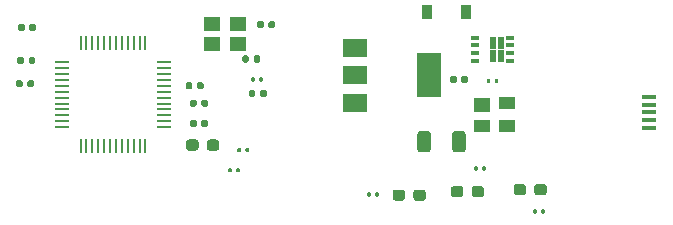
<source format=gtp>
%TF.GenerationSoftware,KiCad,Pcbnew,(5.1.10)-1*%
%TF.CreationDate,2021-11-18T18:04:20+00:00*%
%TF.ProjectId,arduino_zero_like,61726475-696e-46f5-9f7a-65726f5f6c69,rev?*%
%TF.SameCoordinates,Original*%
%TF.FileFunction,Paste,Top*%
%TF.FilePolarity,Positive*%
%FSLAX46Y46*%
G04 Gerber Fmt 4.6, Leading zero omitted, Abs format (unit mm)*
G04 Created by KiCad (PCBNEW (5.1.10)-1) date 2021-11-18 18:04:20*
%MOMM*%
%LPD*%
G01*
G04 APERTURE LIST*
%ADD10R,0.900000X1.200000*%
%ADD11R,1.400000X1.200000*%
%ADD12R,1.400000X1.000000*%
%ADD13R,1.300000X0.450000*%
%ADD14R,0.700000X0.420000*%
%ADD15R,0.600000X1.000000*%
%ADD16R,2.000000X3.800000*%
%ADD17R,2.000000X1.500000*%
%ADD18R,0.250000X1.300000*%
%ADD19R,1.300000X0.250000*%
G04 APERTURE END LIST*
%TO.C,C1*%
G36*
G01*
X91440000Y-66560000D02*
X91440000Y-66220000D01*
G75*
G02*
X91580000Y-66080000I140000J0D01*
G01*
X91860000Y-66080000D01*
G75*
G02*
X92000000Y-66220000I0J-140000D01*
G01*
X92000000Y-66560000D01*
G75*
G02*
X91860000Y-66700000I-140000J0D01*
G01*
X91580000Y-66700000D01*
G75*
G02*
X91440000Y-66560000I0J140000D01*
G01*
G37*
G36*
G01*
X90480000Y-66560000D02*
X90480000Y-66220000D01*
G75*
G02*
X90620000Y-66080000I140000J0D01*
G01*
X90900000Y-66080000D01*
G75*
G02*
X91040000Y-66220000I0J-140000D01*
G01*
X91040000Y-66560000D01*
G75*
G02*
X90900000Y-66700000I-140000J0D01*
G01*
X90620000Y-66700000D01*
G75*
G02*
X90480000Y-66560000I0J140000D01*
G01*
G37*
%TD*%
%TO.C,C2*%
G36*
G01*
X87715000Y-72320001D02*
X87715000Y-71019999D01*
G75*
G02*
X87964999Y-70770000I249999J0D01*
G01*
X88615001Y-70770000D01*
G75*
G02*
X88865000Y-71019999I0J-249999D01*
G01*
X88865000Y-72320001D01*
G75*
G02*
X88615001Y-72570000I-249999J0D01*
G01*
X87964999Y-72570000D01*
G75*
G02*
X87715000Y-72320001I0J249999D01*
G01*
G37*
G36*
G01*
X90665000Y-72320001D02*
X90665000Y-71019999D01*
G75*
G02*
X90914999Y-70770000I249999J0D01*
G01*
X91565001Y-70770000D01*
G75*
G02*
X91815000Y-71019999I0J-249999D01*
G01*
X91815000Y-72320001D01*
G75*
G02*
X91565001Y-72570000I-249999J0D01*
G01*
X90914999Y-72570000D01*
G75*
G02*
X90665000Y-72320001I0J249999D01*
G01*
G37*
%TD*%
%TO.C,C3*%
G36*
G01*
X75110000Y-61920000D02*
X75110000Y-61580000D01*
G75*
G02*
X75250000Y-61440000I140000J0D01*
G01*
X75530000Y-61440000D01*
G75*
G02*
X75670000Y-61580000I0J-140000D01*
G01*
X75670000Y-61920000D01*
G75*
G02*
X75530000Y-62060000I-140000J0D01*
G01*
X75250000Y-62060000D01*
G75*
G02*
X75110000Y-61920000I0J140000D01*
G01*
G37*
G36*
G01*
X74150000Y-61920000D02*
X74150000Y-61580000D01*
G75*
G02*
X74290000Y-61440000I140000J0D01*
G01*
X74570000Y-61440000D01*
G75*
G02*
X74710000Y-61580000I0J-140000D01*
G01*
X74710000Y-61920000D01*
G75*
G02*
X74570000Y-62060000I-140000J0D01*
G01*
X74290000Y-62060000D01*
G75*
G02*
X74150000Y-61920000I0J140000D01*
G01*
G37*
%TD*%
%TO.C,C4*%
G36*
G01*
X72890000Y-64840000D02*
X72890000Y-64500000D01*
G75*
G02*
X73030000Y-64360000I140000J0D01*
G01*
X73310000Y-64360000D01*
G75*
G02*
X73450000Y-64500000I0J-140000D01*
G01*
X73450000Y-64840000D01*
G75*
G02*
X73310000Y-64980000I-140000J0D01*
G01*
X73030000Y-64980000D01*
G75*
G02*
X72890000Y-64840000I0J140000D01*
G01*
G37*
G36*
G01*
X73850000Y-64840000D02*
X73850000Y-64500000D01*
G75*
G02*
X73990000Y-64360000I140000J0D01*
G01*
X74270000Y-64360000D01*
G75*
G02*
X74410000Y-64500000I0J-140000D01*
G01*
X74410000Y-64840000D01*
G75*
G02*
X74270000Y-64980000I-140000J0D01*
G01*
X73990000Y-64980000D01*
G75*
G02*
X73850000Y-64840000I0J140000D01*
G01*
G37*
%TD*%
%TO.C,C5*%
G36*
G01*
X53740000Y-66930000D02*
X53740000Y-66590000D01*
G75*
G02*
X53880000Y-66450000I140000J0D01*
G01*
X54160000Y-66450000D01*
G75*
G02*
X54300000Y-66590000I0J-140000D01*
G01*
X54300000Y-66930000D01*
G75*
G02*
X54160000Y-67070000I-140000J0D01*
G01*
X53880000Y-67070000D01*
G75*
G02*
X53740000Y-66930000I0J140000D01*
G01*
G37*
G36*
G01*
X54700000Y-66930000D02*
X54700000Y-66590000D01*
G75*
G02*
X54840000Y-66450000I140000J0D01*
G01*
X55120000Y-66450000D01*
G75*
G02*
X55260000Y-66590000I0J-140000D01*
G01*
X55260000Y-66930000D01*
G75*
G02*
X55120000Y-67070000I-140000J0D01*
G01*
X54840000Y-67070000D01*
G75*
G02*
X54700000Y-66930000I0J140000D01*
G01*
G37*
%TD*%
%TO.C,C6*%
G36*
G01*
X74390000Y-67750000D02*
X74390000Y-67410000D01*
G75*
G02*
X74530000Y-67270000I140000J0D01*
G01*
X74810000Y-67270000D01*
G75*
G02*
X74950000Y-67410000I0J-140000D01*
G01*
X74950000Y-67750000D01*
G75*
G02*
X74810000Y-67890000I-140000J0D01*
G01*
X74530000Y-67890000D01*
G75*
G02*
X74390000Y-67750000I0J140000D01*
G01*
G37*
G36*
G01*
X73430000Y-67750000D02*
X73430000Y-67410000D01*
G75*
G02*
X73570000Y-67270000I140000J0D01*
G01*
X73850000Y-67270000D01*
G75*
G02*
X73990000Y-67410000I0J-140000D01*
G01*
X73990000Y-67750000D01*
G75*
G02*
X73850000Y-67890000I-140000J0D01*
G01*
X73570000Y-67890000D01*
G75*
G02*
X73430000Y-67750000I0J140000D01*
G01*
G37*
%TD*%
%TO.C,C7*%
G36*
G01*
X54810000Y-64960000D02*
X54810000Y-64620000D01*
G75*
G02*
X54950000Y-64480000I140000J0D01*
G01*
X55230000Y-64480000D01*
G75*
G02*
X55370000Y-64620000I0J-140000D01*
G01*
X55370000Y-64960000D01*
G75*
G02*
X55230000Y-65100000I-140000J0D01*
G01*
X54950000Y-65100000D01*
G75*
G02*
X54810000Y-64960000I0J140000D01*
G01*
G37*
G36*
G01*
X53850000Y-64960000D02*
X53850000Y-64620000D01*
G75*
G02*
X53990000Y-64480000I140000J0D01*
G01*
X54270000Y-64480000D01*
G75*
G02*
X54410000Y-64620000I0J-140000D01*
G01*
X54410000Y-64960000D01*
G75*
G02*
X54270000Y-65100000I-140000J0D01*
G01*
X53990000Y-65100000D01*
G75*
G02*
X53850000Y-64960000I0J140000D01*
G01*
G37*
%TD*%
%TO.C,C8*%
G36*
G01*
X53910000Y-62170000D02*
X53910000Y-61830000D01*
G75*
G02*
X54050000Y-61690000I140000J0D01*
G01*
X54330000Y-61690000D01*
G75*
G02*
X54470000Y-61830000I0J-140000D01*
G01*
X54470000Y-62170000D01*
G75*
G02*
X54330000Y-62310000I-140000J0D01*
G01*
X54050000Y-62310000D01*
G75*
G02*
X53910000Y-62170000I0J140000D01*
G01*
G37*
G36*
G01*
X54870000Y-62170000D02*
X54870000Y-61830000D01*
G75*
G02*
X55010000Y-61690000I140000J0D01*
G01*
X55290000Y-61690000D01*
G75*
G02*
X55430000Y-61830000I0J-140000D01*
G01*
X55430000Y-62170000D01*
G75*
G02*
X55290000Y-62310000I-140000J0D01*
G01*
X55010000Y-62310000D01*
G75*
G02*
X54870000Y-62170000I0J140000D01*
G01*
G37*
%TD*%
%TO.C,C9*%
G36*
G01*
X68110000Y-67100000D02*
X68110000Y-66760000D01*
G75*
G02*
X68250000Y-66620000I140000J0D01*
G01*
X68530000Y-66620000D01*
G75*
G02*
X68670000Y-66760000I0J-140000D01*
G01*
X68670000Y-67100000D01*
G75*
G02*
X68530000Y-67240000I-140000J0D01*
G01*
X68250000Y-67240000D01*
G75*
G02*
X68110000Y-67100000I0J140000D01*
G01*
G37*
G36*
G01*
X69070000Y-67100000D02*
X69070000Y-66760000D01*
G75*
G02*
X69210000Y-66620000I140000J0D01*
G01*
X69490000Y-66620000D01*
G75*
G02*
X69630000Y-66760000I0J-140000D01*
G01*
X69630000Y-67100000D01*
G75*
G02*
X69490000Y-67240000I-140000J0D01*
G01*
X69210000Y-67240000D01*
G75*
G02*
X69070000Y-67100000I0J140000D01*
G01*
G37*
%TD*%
%TO.C,C10*%
G36*
G01*
X68480000Y-68570000D02*
X68480000Y-68230000D01*
G75*
G02*
X68620000Y-68090000I140000J0D01*
G01*
X68900000Y-68090000D01*
G75*
G02*
X69040000Y-68230000I0J-140000D01*
G01*
X69040000Y-68570000D01*
G75*
G02*
X68900000Y-68710000I-140000J0D01*
G01*
X68620000Y-68710000D01*
G75*
G02*
X68480000Y-68570000I0J140000D01*
G01*
G37*
G36*
G01*
X69440000Y-68570000D02*
X69440000Y-68230000D01*
G75*
G02*
X69580000Y-68090000I140000J0D01*
G01*
X69860000Y-68090000D01*
G75*
G02*
X70000000Y-68230000I0J-140000D01*
G01*
X70000000Y-68570000D01*
G75*
G02*
X69860000Y-68710000I-140000J0D01*
G01*
X69580000Y-68710000D01*
G75*
G02*
X69440000Y-68570000I0J140000D01*
G01*
G37*
%TD*%
%TO.C,C11*%
G36*
G01*
X69430000Y-70290000D02*
X69430000Y-69950000D01*
G75*
G02*
X69570000Y-69810000I140000J0D01*
G01*
X69850000Y-69810000D01*
G75*
G02*
X69990000Y-69950000I0J-140000D01*
G01*
X69990000Y-70290000D01*
G75*
G02*
X69850000Y-70430000I-140000J0D01*
G01*
X69570000Y-70430000D01*
G75*
G02*
X69430000Y-70290000I0J140000D01*
G01*
G37*
G36*
G01*
X68470000Y-70290000D02*
X68470000Y-69950000D01*
G75*
G02*
X68610000Y-69810000I140000J0D01*
G01*
X68890000Y-69810000D01*
G75*
G02*
X69030000Y-69950000I0J-140000D01*
G01*
X69030000Y-70290000D01*
G75*
G02*
X68890000Y-70430000I-140000J0D01*
G01*
X68610000Y-70430000D01*
G75*
G02*
X68470000Y-70290000I0J140000D01*
G01*
G37*
%TD*%
D10*
%TO.C,D1*%
X88500000Y-60680000D03*
X91800000Y-60680000D03*
%TD*%
%TO.C,D2*%
G36*
G01*
X88430000Y-75952500D02*
X88430000Y-76427500D01*
G75*
G02*
X88192500Y-76665000I-237500J0D01*
G01*
X87617500Y-76665000D01*
G75*
G02*
X87380000Y-76427500I0J237500D01*
G01*
X87380000Y-75952500D01*
G75*
G02*
X87617500Y-75715000I237500J0D01*
G01*
X88192500Y-75715000D01*
G75*
G02*
X88430000Y-75952500I0J-237500D01*
G01*
G37*
G36*
G01*
X86680000Y-75952500D02*
X86680000Y-76427500D01*
G75*
G02*
X86442500Y-76665000I-237500J0D01*
G01*
X85867500Y-76665000D01*
G75*
G02*
X85630000Y-76427500I0J237500D01*
G01*
X85630000Y-75952500D01*
G75*
G02*
X85867500Y-75715000I237500J0D01*
G01*
X86442500Y-75715000D01*
G75*
G02*
X86680000Y-75952500I0J-237500D01*
G01*
G37*
%TD*%
%TO.C,D3*%
G36*
G01*
X97615000Y-75957500D02*
X97615000Y-75482500D01*
G75*
G02*
X97852500Y-75245000I237500J0D01*
G01*
X98427500Y-75245000D01*
G75*
G02*
X98665000Y-75482500I0J-237500D01*
G01*
X98665000Y-75957500D01*
G75*
G02*
X98427500Y-76195000I-237500J0D01*
G01*
X97852500Y-76195000D01*
G75*
G02*
X97615000Y-75957500I0J237500D01*
G01*
G37*
G36*
G01*
X95865000Y-75957500D02*
X95865000Y-75482500D01*
G75*
G02*
X96102500Y-75245000I237500J0D01*
G01*
X96677500Y-75245000D01*
G75*
G02*
X96915000Y-75482500I0J-237500D01*
G01*
X96915000Y-75957500D01*
G75*
G02*
X96677500Y-76195000I-237500J0D01*
G01*
X96102500Y-76195000D01*
G75*
G02*
X95865000Y-75957500I0J237500D01*
G01*
G37*
%TD*%
%TO.C,D4*%
G36*
G01*
X90560000Y-76127500D02*
X90560000Y-75652500D01*
G75*
G02*
X90797500Y-75415000I237500J0D01*
G01*
X91372500Y-75415000D01*
G75*
G02*
X91610000Y-75652500I0J-237500D01*
G01*
X91610000Y-76127500D01*
G75*
G02*
X91372500Y-76365000I-237500J0D01*
G01*
X90797500Y-76365000D01*
G75*
G02*
X90560000Y-76127500I0J237500D01*
G01*
G37*
G36*
G01*
X92310000Y-76127500D02*
X92310000Y-75652500D01*
G75*
G02*
X92547500Y-75415000I237500J0D01*
G01*
X93122500Y-75415000D01*
G75*
G02*
X93360000Y-75652500I0J-237500D01*
G01*
X93360000Y-76127500D01*
G75*
G02*
X93122500Y-76365000I-237500J0D01*
G01*
X92547500Y-76365000D01*
G75*
G02*
X92310000Y-76127500I0J237500D01*
G01*
G37*
%TD*%
D11*
%TO.C,D5*%
X93150000Y-68580000D03*
D12*
X93150000Y-70300000D03*
X95350000Y-70300000D03*
X95350000Y-68400000D03*
%TD*%
D13*
%TO.C,J6*%
X107370000Y-67870000D03*
X107370000Y-68520000D03*
X107370000Y-69170000D03*
X107370000Y-69820000D03*
X107370000Y-70470000D03*
%TD*%
%TO.C,L1*%
G36*
G01*
X68140000Y-72187500D02*
X68140000Y-71712500D01*
G75*
G02*
X68377500Y-71475000I237500J0D01*
G01*
X68952500Y-71475000D01*
G75*
G02*
X69190000Y-71712500I0J-237500D01*
G01*
X69190000Y-72187500D01*
G75*
G02*
X68952500Y-72425000I-237500J0D01*
G01*
X68377500Y-72425000D01*
G75*
G02*
X68140000Y-72187500I0J237500D01*
G01*
G37*
G36*
G01*
X69890000Y-72187500D02*
X69890000Y-71712500D01*
G75*
G02*
X70127500Y-71475000I237500J0D01*
G01*
X70702500Y-71475000D01*
G75*
G02*
X70940000Y-71712500I0J-237500D01*
G01*
X70940000Y-72187500D01*
G75*
G02*
X70702500Y-72425000I-237500J0D01*
G01*
X70127500Y-72425000D01*
G75*
G02*
X69890000Y-72187500I0J237500D01*
G01*
G37*
%TD*%
D14*
%TO.C,Q1*%
X95570000Y-62855000D03*
X95570000Y-63505000D03*
X95570000Y-64155000D03*
X95570000Y-64805000D03*
X92570000Y-62855000D03*
X92570000Y-64155000D03*
X92570000Y-63505000D03*
X92570000Y-64805000D03*
D15*
X94090000Y-63265000D03*
X94800000Y-63265000D03*
X94800000Y-64395000D03*
X94090000Y-64395000D03*
%TD*%
%TO.C,R1*%
G36*
G01*
X93576000Y-66650500D02*
X93576000Y-66449500D01*
G75*
G02*
X93655500Y-66370000I79500J0D01*
G01*
X93814500Y-66370000D01*
G75*
G02*
X93894000Y-66449500I0J-79500D01*
G01*
X93894000Y-66650500D01*
G75*
G02*
X93814500Y-66730000I-79500J0D01*
G01*
X93655500Y-66730000D01*
G75*
G02*
X93576000Y-66650500I0J79500D01*
G01*
G37*
G36*
G01*
X94266000Y-66650500D02*
X94266000Y-66449500D01*
G75*
G02*
X94345500Y-66370000I79500J0D01*
G01*
X94504500Y-66370000D01*
G75*
G02*
X94584000Y-66449500I0J-79500D01*
G01*
X94584000Y-66650500D01*
G75*
G02*
X94504500Y-66730000I-79500J0D01*
G01*
X94345500Y-66730000D01*
G75*
G02*
X94266000Y-66650500I0J79500D01*
G01*
G37*
%TD*%
%TO.C,R2*%
G36*
G01*
X73626000Y-66490500D02*
X73626000Y-66289500D01*
G75*
G02*
X73705500Y-66210000I79500J0D01*
G01*
X73864500Y-66210000D01*
G75*
G02*
X73944000Y-66289500I0J-79500D01*
G01*
X73944000Y-66490500D01*
G75*
G02*
X73864500Y-66570000I-79500J0D01*
G01*
X73705500Y-66570000D01*
G75*
G02*
X73626000Y-66490500I0J79500D01*
G01*
G37*
G36*
G01*
X74316000Y-66490500D02*
X74316000Y-66289500D01*
G75*
G02*
X74395500Y-66210000I79500J0D01*
G01*
X74554500Y-66210000D01*
G75*
G02*
X74634000Y-66289500I0J-79500D01*
G01*
X74634000Y-66490500D01*
G75*
G02*
X74554500Y-66570000I-79500J0D01*
G01*
X74395500Y-66570000D01*
G75*
G02*
X74316000Y-66490500I0J79500D01*
G01*
G37*
%TD*%
%TO.C,R3*%
G36*
G01*
X84136000Y-76230500D02*
X84136000Y-76029500D01*
G75*
G02*
X84215500Y-75950000I79500J0D01*
G01*
X84374500Y-75950000D01*
G75*
G02*
X84454000Y-76029500I0J-79500D01*
G01*
X84454000Y-76230500D01*
G75*
G02*
X84374500Y-76310000I-79500J0D01*
G01*
X84215500Y-76310000D01*
G75*
G02*
X84136000Y-76230500I0J79500D01*
G01*
G37*
G36*
G01*
X83446000Y-76230500D02*
X83446000Y-76029500D01*
G75*
G02*
X83525500Y-75950000I79500J0D01*
G01*
X83684500Y-75950000D01*
G75*
G02*
X83764000Y-76029500I0J-79500D01*
G01*
X83764000Y-76230500D01*
G75*
G02*
X83684500Y-76310000I-79500J0D01*
G01*
X83525500Y-76310000D01*
G75*
G02*
X83446000Y-76230500I0J79500D01*
G01*
G37*
%TD*%
%TO.C,R4*%
G36*
G01*
X97496000Y-77680500D02*
X97496000Y-77479500D01*
G75*
G02*
X97575500Y-77400000I79500J0D01*
G01*
X97734500Y-77400000D01*
G75*
G02*
X97814000Y-77479500I0J-79500D01*
G01*
X97814000Y-77680500D01*
G75*
G02*
X97734500Y-77760000I-79500J0D01*
G01*
X97575500Y-77760000D01*
G75*
G02*
X97496000Y-77680500I0J79500D01*
G01*
G37*
G36*
G01*
X98186000Y-77680500D02*
X98186000Y-77479500D01*
G75*
G02*
X98265500Y-77400000I79500J0D01*
G01*
X98424500Y-77400000D01*
G75*
G02*
X98504000Y-77479500I0J-79500D01*
G01*
X98504000Y-77680500D01*
G75*
G02*
X98424500Y-77760000I-79500J0D01*
G01*
X98265500Y-77760000D01*
G75*
G02*
X98186000Y-77680500I0J79500D01*
G01*
G37*
%TD*%
%TO.C,R5*%
G36*
G01*
X93196000Y-74030500D02*
X93196000Y-73829500D01*
G75*
G02*
X93275500Y-73750000I79500J0D01*
G01*
X93434500Y-73750000D01*
G75*
G02*
X93514000Y-73829500I0J-79500D01*
G01*
X93514000Y-74030500D01*
G75*
G02*
X93434500Y-74110000I-79500J0D01*
G01*
X93275500Y-74110000D01*
G75*
G02*
X93196000Y-74030500I0J79500D01*
G01*
G37*
G36*
G01*
X92506000Y-74030500D02*
X92506000Y-73829500D01*
G75*
G02*
X92585500Y-73750000I79500J0D01*
G01*
X92744500Y-73750000D01*
G75*
G02*
X92824000Y-73829500I0J-79500D01*
G01*
X92824000Y-74030500D01*
G75*
G02*
X92744500Y-74110000I-79500J0D01*
G01*
X92585500Y-74110000D01*
G75*
G02*
X92506000Y-74030500I0J79500D01*
G01*
G37*
%TD*%
%TO.C,R6*%
G36*
G01*
X72784000Y-72269500D02*
X72784000Y-72470500D01*
G75*
G02*
X72704500Y-72550000I-79500J0D01*
G01*
X72545500Y-72550000D01*
G75*
G02*
X72466000Y-72470500I0J79500D01*
G01*
X72466000Y-72269500D01*
G75*
G02*
X72545500Y-72190000I79500J0D01*
G01*
X72704500Y-72190000D01*
G75*
G02*
X72784000Y-72269500I0J-79500D01*
G01*
G37*
G36*
G01*
X73474000Y-72269500D02*
X73474000Y-72470500D01*
G75*
G02*
X73394500Y-72550000I-79500J0D01*
G01*
X73235500Y-72550000D01*
G75*
G02*
X73156000Y-72470500I0J79500D01*
G01*
X73156000Y-72269500D01*
G75*
G02*
X73235500Y-72190000I79500J0D01*
G01*
X73394500Y-72190000D01*
G75*
G02*
X73474000Y-72269500I0J-79500D01*
G01*
G37*
%TD*%
%TO.C,R7*%
G36*
G01*
X72704000Y-73989500D02*
X72704000Y-74190500D01*
G75*
G02*
X72624500Y-74270000I-79500J0D01*
G01*
X72465500Y-74270000D01*
G75*
G02*
X72386000Y-74190500I0J79500D01*
G01*
X72386000Y-73989500D01*
G75*
G02*
X72465500Y-73910000I79500J0D01*
G01*
X72624500Y-73910000D01*
G75*
G02*
X72704000Y-73989500I0J-79500D01*
G01*
G37*
G36*
G01*
X72014000Y-73989500D02*
X72014000Y-74190500D01*
G75*
G02*
X71934500Y-74270000I-79500J0D01*
G01*
X71775500Y-74270000D01*
G75*
G02*
X71696000Y-74190500I0J79500D01*
G01*
X71696000Y-73989500D01*
G75*
G02*
X71775500Y-73910000I79500J0D01*
G01*
X71934500Y-73910000D01*
G75*
G02*
X72014000Y-73989500I0J-79500D01*
G01*
G37*
%TD*%
D16*
%TO.C,U1*%
X88730000Y-66050000D03*
D17*
X82430000Y-66050000D03*
X82430000Y-68350000D03*
X82430000Y-63750000D03*
%TD*%
D18*
%TO.C,U2*%
X64700000Y-63330000D03*
X64200000Y-63330000D03*
X63700000Y-63330000D03*
X63200000Y-63330000D03*
X62700000Y-63330000D03*
X62200000Y-63330000D03*
X61700000Y-63330000D03*
X61200000Y-63330000D03*
X60700000Y-63330000D03*
X60200000Y-63330000D03*
X59700000Y-63330000D03*
X59200000Y-63330000D03*
D19*
X57600000Y-64930000D03*
X57600000Y-65430000D03*
X57600000Y-65930000D03*
X57600000Y-66430000D03*
X57600000Y-66930000D03*
X57600000Y-67430000D03*
X57600000Y-67930000D03*
X57600000Y-68430000D03*
X57600000Y-68930000D03*
X57600000Y-69430000D03*
X57600000Y-69930000D03*
X57600000Y-70430000D03*
D18*
X59200000Y-72030000D03*
X59700000Y-72030000D03*
X60200000Y-72030000D03*
X60700000Y-72030000D03*
X61200000Y-72030000D03*
X61700000Y-72030000D03*
X62200000Y-72030000D03*
X62700000Y-72030000D03*
X63200000Y-72030000D03*
X63700000Y-72030000D03*
X64200000Y-72030000D03*
X64700000Y-72030000D03*
D19*
X66300000Y-70430000D03*
X66300000Y-69930000D03*
X66300000Y-69430000D03*
X66300000Y-68930000D03*
X66300000Y-68430000D03*
X66300000Y-67930000D03*
X66300000Y-67430000D03*
X66300000Y-66930000D03*
X66300000Y-66430000D03*
X66300000Y-65930000D03*
X66300000Y-65430000D03*
X66300000Y-64930000D03*
%TD*%
D11*
%TO.C,Y1*%
X70320000Y-63430000D03*
X72520000Y-63430000D03*
X72520000Y-61730000D03*
X70320000Y-61730000D03*
%TD*%
M02*

</source>
